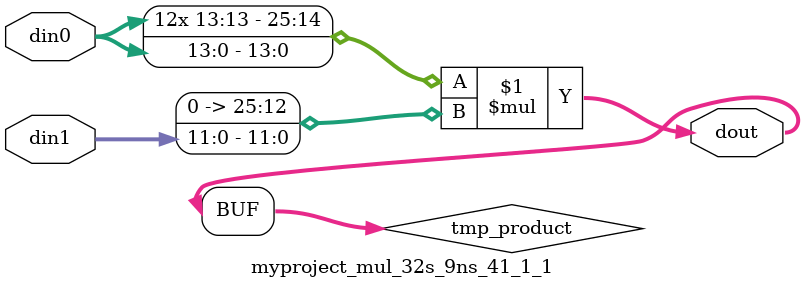
<source format=v>

`timescale 1 ns / 1 ps

  module myproject_mul_32s_9ns_41_1_1(din0, din1, dout);
parameter ID = 1;
parameter NUM_STAGE = 0;
parameter din0_WIDTH = 14;
parameter din1_WIDTH = 12;
parameter dout_WIDTH = 26;

input [din0_WIDTH - 1 : 0] din0; 
input [din1_WIDTH - 1 : 0] din1; 
output [dout_WIDTH - 1 : 0] dout;

wire signed [dout_WIDTH - 1 : 0] tmp_product;












assign tmp_product = $signed(din0) * $signed({1'b0, din1});









assign dout = tmp_product;







endmodule

</source>
